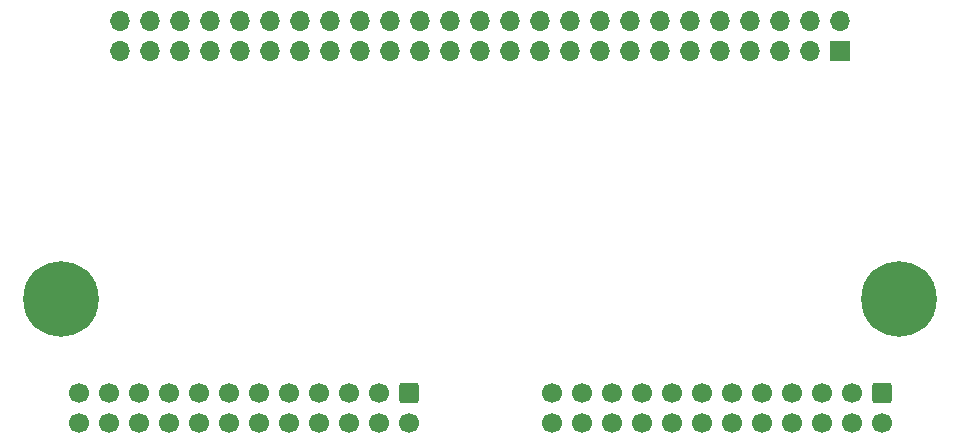
<source format=gbs>
G04 #@! TF.GenerationSoftware,KiCad,Pcbnew,7.0.1*
G04 #@! TF.CreationDate,2023-03-16T04:22:28+02:00*
G04 #@! TF.ProjectId,connector-pcb,636f6e6e-6563-4746-9f72-2d7063622e6b,rev?*
G04 #@! TF.SameCoordinates,Original*
G04 #@! TF.FileFunction,Soldermask,Bot*
G04 #@! TF.FilePolarity,Negative*
%FSLAX46Y46*%
G04 Gerber Fmt 4.6, Leading zero omitted, Abs format (unit mm)*
G04 Created by KiCad (PCBNEW 7.0.1) date 2023-03-16 04:22:28*
%MOMM*%
%LPD*%
G01*
G04 APERTURE LIST*
G04 Aperture macros list*
%AMRoundRect*
0 Rectangle with rounded corners*
0 $1 Rounding radius*
0 $2 $3 $4 $5 $6 $7 $8 $9 X,Y pos of 4 corners*
0 Add a 4 corners polygon primitive as box body*
4,1,4,$2,$3,$4,$5,$6,$7,$8,$9,$2,$3,0*
0 Add four circle primitives for the rounded corners*
1,1,$1+$1,$2,$3*
1,1,$1+$1,$4,$5*
1,1,$1+$1,$6,$7*
1,1,$1+$1,$8,$9*
0 Add four rect primitives between the rounded corners*
20,1,$1+$1,$2,$3,$4,$5,0*
20,1,$1+$1,$4,$5,$6,$7,0*
20,1,$1+$1,$6,$7,$8,$9,0*
20,1,$1+$1,$8,$9,$2,$3,0*%
G04 Aperture macros list end*
%ADD10R,1.700000X1.700000*%
%ADD11O,1.700000X1.700000*%
%ADD12C,0.800000*%
%ADD13C,6.400000*%
%ADD14RoundRect,0.250000X-0.600000X0.600000X-0.600000X-0.600000X0.600000X-0.600000X0.600000X0.600000X0*%
%ADD15C,1.700000*%
G04 APERTURE END LIST*
D10*
G04 #@! TO.C,J1*
X130000000Y-53000000D03*
D11*
X130000000Y-50460000D03*
X127460000Y-53000000D03*
X127460000Y-50460000D03*
X124920000Y-53000000D03*
X124920000Y-50460000D03*
X122380000Y-53000000D03*
X122380000Y-50460000D03*
X119840000Y-53000000D03*
X119840000Y-50460000D03*
X117300000Y-53000000D03*
X117300000Y-50460000D03*
X114760000Y-53000000D03*
X114760000Y-50460000D03*
X112220000Y-53000000D03*
X112220000Y-50460000D03*
X109680000Y-53000000D03*
X109680000Y-50460000D03*
X107140000Y-53000000D03*
X107140000Y-50460000D03*
X104600000Y-53000000D03*
X104600000Y-50460000D03*
X102060000Y-53000000D03*
X102060000Y-50460000D03*
X99520000Y-53000000D03*
X99520000Y-50460000D03*
X96980000Y-53000000D03*
X96980000Y-50460000D03*
X94440000Y-53000000D03*
X94440000Y-50460000D03*
X91900000Y-53000000D03*
X91900000Y-50460000D03*
X89360000Y-53000000D03*
X89360000Y-50460000D03*
X86820000Y-53000000D03*
X86820000Y-50460000D03*
X84280000Y-53000000D03*
X84280000Y-50460000D03*
X81740000Y-53000000D03*
X81740000Y-50460000D03*
X79200000Y-53000000D03*
X79200000Y-50460000D03*
X76660000Y-53000000D03*
X76660000Y-50460000D03*
X74120000Y-53000000D03*
X74120000Y-50460000D03*
X71580000Y-53000000D03*
X71580000Y-50460000D03*
X69040000Y-53000000D03*
X69040000Y-50460000D03*
G04 #@! TD*
D12*
G04 #@! TO.C,H1*
X61600000Y-74000000D03*
X62302944Y-72302944D03*
X62302944Y-75697056D03*
X64000000Y-71600000D03*
D13*
X64000000Y-74000000D03*
D12*
X64000000Y-76400000D03*
X65697056Y-72302944D03*
X65697056Y-75697056D03*
X66400000Y-74000000D03*
G04 #@! TD*
D14*
G04 #@! TO.C,J3*
X133500000Y-82000000D03*
D15*
X133500000Y-84540000D03*
X130960000Y-82000000D03*
X130960000Y-84540000D03*
X128420000Y-82000000D03*
X128420000Y-84540000D03*
X125880000Y-82000000D03*
X125880000Y-84540000D03*
X123340000Y-82000000D03*
X123340000Y-84540000D03*
X120800000Y-82000000D03*
X120800000Y-84540000D03*
X118260000Y-82000000D03*
X118260000Y-84540000D03*
X115720000Y-82000000D03*
X115720000Y-84540000D03*
X113180000Y-82000000D03*
X113180000Y-84540000D03*
X110640000Y-82000000D03*
X110640000Y-84540000D03*
X108100000Y-82000000D03*
X108100000Y-84540000D03*
X105560000Y-82000000D03*
X105560000Y-84540000D03*
G04 #@! TD*
D12*
G04 #@! TO.C,H2*
X132600000Y-74000000D03*
X133302944Y-72302944D03*
X133302944Y-75697056D03*
X135000000Y-71600000D03*
D13*
X135000000Y-74000000D03*
D12*
X135000000Y-76400000D03*
X136697056Y-72302944D03*
X136697056Y-75697056D03*
X137400000Y-74000000D03*
G04 #@! TD*
D14*
G04 #@! TO.C,J2*
X93500000Y-82000000D03*
D15*
X93500000Y-84540000D03*
X90960000Y-82000000D03*
X90960000Y-84540000D03*
X88420000Y-82000000D03*
X88420000Y-84540000D03*
X85880000Y-82000000D03*
X85880000Y-84540000D03*
X83340000Y-82000000D03*
X83340000Y-84540000D03*
X80800000Y-82000000D03*
X80800000Y-84540000D03*
X78260000Y-82000000D03*
X78260000Y-84540000D03*
X75720000Y-82000000D03*
X75720000Y-84540000D03*
X73180000Y-82000000D03*
X73180000Y-84540000D03*
X70640000Y-82000000D03*
X70640000Y-84540000D03*
X68100000Y-82000000D03*
X68100000Y-84540000D03*
X65560000Y-82000000D03*
X65560000Y-84540000D03*
G04 #@! TD*
M02*

</source>
